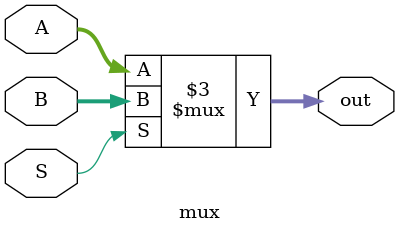
<source format=v>
module mux(A, B, S, out);

	parameter SIZE  = 32;

	input S;
	input [SIZE - 1: 0] A, B;
	output reg [SIZE - 1 : 0] out;

	always @(A or B or S) begin
		if (S) out = B;
		else out = A;
	end

endmodule 
</source>
